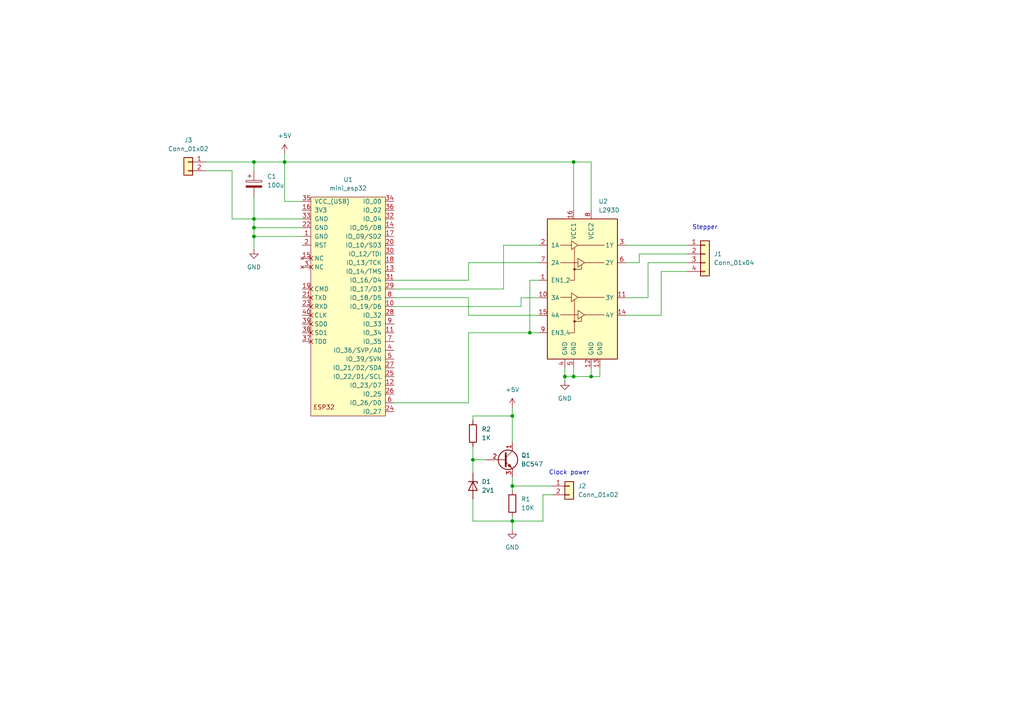
<source format=kicad_sch>
(kicad_sch (version 20241209) (generator "eeschema") (generator_version "9.0")
  (paper "A4")
  (lib_symbols
    (symbol "Connector_Generic:Conn_01x02" (pin_names (offset 1.016) (hide yes))
      (property "Reference" "J" (at 0 2.54 0))
      (property "Value" "Conn_01x02" (at 0 -5.08 0))
      (symbol "Conn_01x02_1_1"
        (rectangle (start -1.27 1.27) (end 1.27 -3.81) (stroke (width 0.254)) (fill (type background)))
        (rectangle (start -1.27 0.127) (end 0 -0.127) (stroke (width 0.1524)))
        (rectangle (start -1.27 -2.413) (end 0 -2.667) (stroke (width 0.1524)))
        (pin passive line (at -5.08 0 0) (length 3.81) (name "Pin_1") (number "1"))
        (pin passive line (at -5.08 -2.54 0) (length 3.81) (name "Pin_2") (number "2"))
      )
    )
    (symbol "Connector_Generic:Conn_01x04" (pin_names (offset 1.016) (hide yes))
      (property "Reference" "J" (at 0 5.08 0))
      (property "Value" "Conn_01x04" (at 0 -7.62 0))
      (symbol "Conn_01x04_1_1"
        (rectangle (start -1.27 3.81) (end 1.27 -6.35) (stroke (width 0.254)) (fill (type background)))
        (rectangle (start -1.27 2.667) (end 0 2.413) (stroke (width 0.1524)))
        (rectangle (start -1.27 0.127) (end 0 -0.127) (stroke (width 0.1524)))
        (rectangle (start -1.27 -2.413) (end 0 -2.667) (stroke (width 0.1524)))
        (rectangle (start -1.27 -4.953) (end 0 -5.207) (stroke (width 0.1524)))
        (pin passive line (at -5.08 2.54 0) (length 3.81) (name "Pin_1") (number "1"))
        (pin passive line (at -5.08 0 0) (length 3.81) (name "Pin_2") (number "2"))
        (pin passive line (at -5.08 -2.54 0) (length 3.81) (name "Pin_3") (number "3"))
        (pin passive line (at -5.08 -5.08 0) (length 3.81) (name "Pin_4") (number "4"))
      )
    )
    (symbol "Device:C_Polarized" (pin_numbers (hide yes)) (pin_names (offset 0.254))
      (property "Reference" "C" (at 0.635 2.54 0))
      (property "Value" "C_Polarized" (at 0.635 -2.54 0))
      (symbol "C_Polarized_0_1"
        (rectangle (start -2.286 0.508) (end 2.286 1.016))
        (polyline (pts (xy -1.778 2.286) (xy -0.762 2.286)))
        (polyline (pts (xy -1.27 2.794) (xy -1.27 1.778)))
        (rectangle (start 2.286 -0.508) (end -2.286 -1.016) (fill (type outline)))
      )
      (symbol "C_Polarized_1_1"
        (pin passive line (at 0 3.81 270) (length 2.794) (name "~") (number "1"))
        (pin passive line (at 0 -3.81 90) (length 2.794) (name "~") (number "2"))
      )
    )
    (symbol "Device:D_Zener" (pin_numbers (hide yes)) (pin_names (offset 1.016) (hide yes))
      (property "Reference" "D" (at 0 2.54 0))
      (property "Value" "D_Zener" (at 0 -2.54 0))
      (symbol "D_Zener_0_1"
        (polyline (pts (xy -1.27 -1.27) (xy -1.27 1.27) (xy -0.762 1.27)) (stroke (width 0.254)))
        (polyline (pts (xy 1.27 0) (xy -1.27 0)))
        (polyline (pts (xy 1.27 -1.27) (xy 1.27 1.27) (xy -1.27 0) (xy 1.27 -1.27)) (stroke (width 0.254)))
      )
      (symbol "D_Zener_1_1"
        (pin passive line (at -3.81 0 0) (length 2.54) (name "K") (number "1"))
        (pin passive line (at 3.81 0 180) (length 2.54) (name "A") (number "2"))
      )
    )
    (symbol "Device:R" (pin_numbers (hide yes)) (pin_names (offset 0))
      (property "Reference" "R" (at 2.032 0 90))
      (property "Value" "R" (at 0 0 90))
      (symbol "R_0_1"
        (rectangle (start -1.016 -2.54) (end 1.016 2.54) (stroke (width 0.254)))
      )
      (symbol "R_1_1"
        (pin passive line (at 0 3.81 270) (length 1.27) (name "~") (number "1"))
        (pin passive line (at 0 -3.81 90) (length 1.27) (name "~") (number "2"))
      )
    )
    (symbol "Driver_Motor:L293D" (pin_names (offset 1.016))
      (property "Reference" "U" (at -5.08 26.035 0))
      (property "Value" "L293D" (at -5.08 24.13 0))
      (symbol "L293D_0_1"
        (rectangle (start -10.16 22.86) (end 10.16 -17.78) (stroke (width 0.254)) (fill (type background)))
        (polyline (pts (xy -6.35 15.24) (xy -3.175 15.24)))
        (polyline (pts (xy -6.35 10.16) (xy -1.27 10.16)))
        (polyline (pts (xy -6.35 0.127) (xy -3.175 0.127)))
        (polyline (pts (xy -6.35 -4.953) (xy -1.27 -4.953)))
        (polyline (pts (xy -3.175 16.51) (xy -3.175 13.97) (xy -1.27 15.24) (xy -3.175 16.51)))
        (polyline (pts (xy -3.175 1.397) (xy -3.175 -1.143) (xy -1.27 0.127) (xy -3.175 1.397)))
        (polyline (pts (xy -2.286 14.478) (xy -2.286 5.08) (xy -3.556 5.08)))
        (circle (center -2.286 8.255) (radius 0.254) (fill (type outline)))
        (polyline (pts (xy -2.286 8.255) (xy -0.254 8.255) (xy -0.254 9.525)))
        (polyline (pts (xy -2.286 -0.635) (xy -2.286 -10.16) (xy -3.556 -10.16)))
        (circle (center -2.286 -6.858) (radius 0.254) (fill (type outline)))
        (polyline (pts (xy -2.286 -6.858) (xy -0.254 -6.858) (xy -0.254 -5.588)))
        (polyline (pts (xy -1.27 15.24) (xy 6.35 15.24)))
        (polyline (pts (xy -1.27 11.43) (xy -1.27 8.89) (xy 0.635 10.16) (xy -1.27 11.43)))
        (polyline (pts (xy -1.27 0.127) (xy 6.35 0.127)))
        (polyline (pts (xy -1.27 -3.683) (xy -1.27 -6.223) (xy 0.635 -4.953) (xy -1.27 -3.683)))
        (polyline (pts (xy 0.635 10.16) (xy 6.35 10.16)))
        (polyline (pts (xy 0.635 -4.953) (xy 6.35 -4.953)))
      )
      (symbol "L293D_1_1"
        (pin input line (at -12.7 15.24 0) (length 2.54) (name "1A") (number "2"))
        (pin input line (at -12.7 10.16 0) (length 2.54) (name "2A") (number "7"))
        (pin input line (at -12.7 5.08 0) (length 2.54) (name "EN1,2") (number "1"))
        (pin input line (at -12.7 0 0) (length 2.54) (name "3A") (number "10"))
        (pin input line (at -12.7 -5.08 0) (length 2.54) (name "4A") (number "15"))
        (pin input line (at -12.7 -10.16 0) (length 2.54) (name "EN3,4") (number "9"))
        (pin power_in line (at -5.08 -20.32 90) (length 2.54) (name "GND") (number "4"))
        (pin power_in line (at -2.54 25.4 270) (length 2.54) (name "VCC1") (number "16"))
        (pin power_in line (at -2.54 -20.32 90) (length 2.54) (name "GND") (number "5"))
        (pin power_in line (at 2.54 25.4 270) (length 2.54) (name "VCC2") (number "8"))
        (pin power_in line (at 2.54 -20.32 90) (length 2.54) (name "GND") (number "12"))
        (pin power_in line (at 5.08 -20.32 90) (length 2.54) (name "GND") (number "13"))
        (pin output line (at 12.7 15.24 180) (length 2.54) (name "1Y") (number "3"))
        (pin output line (at 12.7 10.16 180) (length 2.54) (name "2Y") (number "6"))
        (pin output line (at 12.7 0 180) (length 2.54) (name "3Y") (number "11"))
        (pin output line (at 12.7 -5.08 180) (length 2.54) (name "4Y") (number "14"))
      )
    )
    (symbol "ESP32_mini:mini_esp32" (pin_names (offset 1.016))
      (property "Reference" "U" (at -7.62 -50.8 0))
      (property "Value" "mini_esp32" (at 5.08 -59.69 0))
      (symbol "mini_esp32_0_0"
        (text "ESP32" (at 7.62 -62.23 0) (effects (font (size 1.27 1.27))))
        (pin bidirectional line (at -12.7 -45.72 0) (length 2.54) (name "IO_36/SVP/A0") (number "4"))
        (pin bidirectional line (at -12.7 -48.26 0) (length 2.54) (name "IO_39/SVN") (number "5"))
        (pin power_in line (at 13.97 -12.7 180) (length 2.54) (name "GND") (number "1"))
        (pin input line (at 13.97 -15.24 180) (length 2.54) (name "RST") (number "2"))
        (pin no_connect non_logic (at 13.97 -21.59 180) (length 2.54) (name "NC") (number "3"))
      )
      (symbol "mini_esp32_0_1"
        (rectangle (start -10.16 -1.27) (end 11.43 -64.77) (fill (type background)))
      )
      (symbol "mini_esp32_1_1"
        (pin bidirectional line (at -12.7 -2.54 0) (length 2.54) (name "IO_00") (number "34"))
        (pin bidirectional line (at -12.7 -5.08 0) (length 2.54) (name "IO_02") (number "36"))
        (pin bidirectional line (at -12.7 -7.62 0) (length 2.54) (name "IO_04") (number "32"))
        (pin bidirectional line (at -12.7 -10.16 0) (length 2.54) (name "IO_05/D8") (number "14"))
        (pin bidirectional line (at -12.7 -12.7 0) (length 2.54) (name "IO_09/SD2") (number "17"))
        (pin bidirectional line (at -12.7 -15.24 0) (length 2.54) (name "IO_10/SD3") (number "20"))
        (pin bidirectional line (at -12.7 -17.78 0) (length 2.54) (name "IO_12/TDI") (number "30"))
        (pin bidirectional line (at -12.7 -20.32 0) (length 2.54) (name "IO_13/TCK") (number "18"))
        (pin bidirectional line (at -12.7 -22.86 0) (length 2.54) (name "IO_14/TMS") (number "13"))
        (pin bidirectional line (at -12.7 -25.4 0) (length 2.54) (name "IO_16/D4") (number "31"))
        (pin bidirectional line (at -12.7 -27.94 0) (length 2.54) (name "IO_17/D3") (number "29"))
        (pin bidirectional line (at -12.7 -30.48 0) (length 2.54) (name "IO_18/D5") (number "8"))
        (pin bidirectional line (at -12.7 -33.02 0) (length 2.54) (name "IO_19/D6") (number "10"))
        (pin bidirectional line (at -12.7 -35.56 0) (length 2.54) (name "IO_32") (number "28"))
        (pin bidirectional line (at -12.7 -38.1 0) (length 2.54) (name "IO_33") (number "9"))
        (pin bidirectional line (at -12.7 -40.64 0) (length 2.54) (name "IO_34") (number "11"))
        (pin bidirectional line (at -12.7 -43.18 0) (length 2.54) (name "IO_35") (number "7"))
        (pin bidirectional line (at -12.7 -50.8 0) (length 2.54) (name "IO_21/D2/SDA") (number "27"))
        (pin bidirectional line (at -12.7 -53.34 0) (length 2.54) (name "IO_22/D1/SCL") (number "25"))
        (pin bidirectional line (at -12.7 -55.88 0) (length 2.54) (name "IO_23/D7") (number "12"))
        (pin bidirectional line (at -12.7 -58.42 0) (length 2.54) (name "IO_25") (number "26"))
        (pin bidirectional line (at -12.7 -60.96 0) (length 2.54) (name "IO_26/D0") (number "6"))
        (pin bidirectional line (at -12.7 -63.5 0) (length 2.54) (name "IO_27") (number "24"))
        (pin power_in line (at 13.97 -2.54 180) (length 2.54) (name "VCC_(USB)") (number "35"))
        (pin power_in line (at 13.97 -5.08 180) (length 2.54) (name "3V3") (number "16"))
        (pin power_in line (at 13.97 -7.62 180) (length 2.54) (name "GND") (number "33"))
        (pin power_in line (at 13.97 -10.16 180) (length 2.54) (name "GND") (number "22"))
        (pin no_connect non_logic (at 13.97 -19.05 180) (length 2.54) (name "NC") (number "15"))
        (pin passive non_logic (at 13.97 -27.94 180) (length 2.54) (name "CMD") (number "19"))
        (pin passive non_logic (at 13.97 -30.48 180) (length 2.54) (name "TXD") (number "21"))
        (pin passive non_logic (at 13.97 -33.02 180) (length 2.54) (name "RXD") (number "23"))
        (pin passive non_logic (at 13.97 -35.56 180) (length 2.54) (name "CLK") (number "40"))
        (pin passive non_logic (at 13.97 -38.1 180) (length 2.54) (name "SD0") (number "39"))
        (pin passive non_logic (at 13.97 -40.64 180) (length 2.54) (name "SD1") (number "38"))
        (pin passive non_logic (at 13.97 -43.18 180) (length 2.54) (name "TD0") (number "37"))
      )
    )
    (symbol "Transistor_BJT:BC547" (pin_names (offset 0) (hide yes))
      (property "Reference" "Q" (at 5.08 1.905 0))
      (property "Value" "BC547" (at 5.08 0 0))
      (symbol "BC547_0_1"
        (polyline (pts (xy 0 0) (xy 0.635 0)))
        (polyline (pts (xy 0.635 1.905) (xy 0.635 -1.905) (xy 0.635 -1.905)) (stroke (width 0.508)))
        (polyline (pts (xy 0.635 0.635) (xy 2.54 2.54)))
        (polyline (pts (xy 0.635 -0.635) (xy 2.54 -2.54) (xy 2.54 -2.54)))
        (circle (center 1.27 0) (radius 2.8194) (stroke (width 0.254)))
        (polyline (pts (xy 1.27 -1.778) (xy 1.778 -1.27) (xy 2.286 -2.286) (xy 1.27 -1.778) (xy 1.27 -1.778)) (fill (type outline)))
      )
      (symbol "BC547_1_1"
        (pin input line (at -5.08 0 0) (length 5.08) (name "B") (number "2"))
        (pin passive line (at 2.54 5.08 270) (length 2.54) (name "C") (number "1"))
        (pin passive line (at 2.54 -5.08 90) (length 2.54) (name "E") (number "3"))
      )
    )
    (symbol "power:+5V" (power) (pin_numbers (hide yes)) (pin_names (offset 0) (hide yes))
      (property "Value" "+5V" (at 0 3.556 0))
      (symbol "+5V_0_1"
        (polyline (pts (xy -0.762 1.27) (xy 0 2.54)))
        (polyline (pts (xy 0 2.54) (xy 0.762 1.27)))
        (polyline (pts (xy 0 0) (xy 0 2.54)))
      )
      (symbol "+5V_1_1"
        (pin power_in line (at 0 0 90) (length 0) (name "~") (number "1"))
      )
    )
    (symbol "power:GND" (power) (pin_numbers (hide yes)) (pin_names (offset 0) (hide yes))
      (property "Value" "GND" (at 0 -3.81 0))
      (symbol "GND_0_1"
        (polyline (pts (xy 0 0) (xy 0 -1.27) (xy 1.27 -1.27) (xy 0 -2.54) (xy -1.27 -1.27) (xy 0 -1.27)))
      )
      (symbol "GND_1_1"
        (pin power_in line (at 0 0 270) (length 0) (name "~") (number "1"))
      )
    )
  )
  (text "Clock power" (at 165.1 137.16 0) (effects (font (size 1.27 1.27))))
  (text "Stepper" (at 204.47 66.04 0) (effects (font (size 1.27 1.27))))
  (junction (at 82.55 46.99))
  (junction (at 163.83 109.22))
  (junction (at 166.37 46.99))
  (junction (at 166.37 109.22))
  (junction (at 153.67 96.52))
  (junction (at 171.45 109.22))
  (junction (at 148.59 120.65))
  (junction (at 73.66 63.5))
  (junction (at 73.66 66.04))
  (junction (at 73.66 68.58))
  (junction (at 137.16 133.35))
  (junction (at 148.59 140.97))
  (junction (at 73.66 46.99))
  (junction (at 148.59 151.13))
  (wire (pts (xy 187.96 76.2) (xy 187.96 86.36)))
  (wire (pts (xy 166.37 109.22) (xy 163.83 109.22)))
  (wire (pts (xy 59.69 46.99) (xy 73.66 46.99)))
  (wire (pts (xy 73.66 66.04) (xy 73.66 68.58)))
  (wire (pts (xy 157.48 143.51) (xy 157.48 151.13)))
  (wire (pts (xy 114.3 88.9) (xy 151.13 88.9)))
  (wire (pts (xy 148.59 118.11) (xy 148.59 120.65)))
  (wire (pts (xy 163.83 109.22) (xy 163.83 110.49)))
  (wire (pts (xy 73.66 68.58) (xy 87.63 68.58)))
  (wire (pts (xy 73.66 63.5) (xy 73.66 66.04)))
  (wire (pts (xy 166.37 46.99) (xy 171.45 46.99)))
  (wire (pts (xy 191.77 91.44) (xy 191.77 78.74)))
  (wire (pts (xy 82.55 44.45) (xy 82.55 46.99)))
  (wire (pts (xy 137.16 151.13) (xy 148.59 151.13)))
  (wire (pts (xy 135.89 76.2) (xy 135.89 81.28)))
  (wire (pts (xy 73.66 63.5) (xy 87.63 63.5)))
  (wire (pts (xy 137.16 129.54) (xy 137.16 133.35)))
  (wire (pts (xy 67.31 49.53) (xy 67.31 63.5)))
  (wire (pts (xy 153.67 81.28) (xy 156.21 81.28)))
  (wire (pts (xy 82.55 58.42) (xy 82.55 46.99)))
  (wire (pts (xy 135.89 76.2) (xy 156.21 76.2)))
  (wire (pts (xy 87.63 58.42) (xy 82.55 58.42)))
  (wire (pts (xy 146.05 71.12) (xy 156.21 71.12)))
  (wire (pts (xy 166.37 46.99) (xy 166.37 60.96)))
  (wire (pts (xy 146.05 71.12) (xy 146.05 83.82)))
  (wire (pts (xy 73.66 66.04) (xy 87.63 66.04)))
  (wire (pts (xy 171.45 106.68) (xy 171.45 109.22)))
  (wire (pts (xy 160.02 143.51) (xy 157.48 143.51)))
  (wire (pts (xy 151.13 88.9) (xy 151.13 86.36)))
  (wire (pts (xy 199.39 76.2) (xy 187.96 76.2)))
  (wire (pts (xy 135.89 81.28) (xy 114.3 81.28)))
  (wire (pts (xy 137.16 133.35) (xy 137.16 137.16)))
  (wire (pts (xy 157.48 151.13) (xy 148.59 151.13)))
  (wire (pts (xy 73.66 57.15) (xy 73.66 63.5)))
  (wire (pts (xy 151.13 86.36) (xy 156.21 86.36)))
  (wire (pts (xy 191.77 78.74) (xy 199.39 78.74)))
  (wire (pts (xy 73.66 46.99) (xy 82.55 46.99)))
  (wire (pts (xy 148.59 151.13) (xy 148.59 153.67)))
  (wire (pts (xy 148.59 140.97) (xy 160.02 140.97)))
  (wire (pts (xy 73.66 49.53) (xy 73.66 46.99)))
  (wire (pts (xy 135.89 96.52) (xy 153.67 96.52)))
  (wire (pts (xy 181.61 71.12) (xy 199.39 71.12)))
  (wire (pts (xy 146.05 83.82) (xy 114.3 83.82)))
  (wire (pts (xy 163.83 106.68) (xy 163.83 109.22)))
  (wire (pts (xy 148.59 151.13) (xy 148.59 149.86)))
  (wire (pts (xy 153.67 96.52) (xy 156.21 96.52)))
  (wire (pts (xy 137.16 144.78) (xy 137.16 151.13)))
  (wire (pts (xy 114.3 116.84) (xy 135.89 116.84)))
  (wire (pts (xy 187.96 86.36) (xy 181.61 86.36)))
  (wire (pts (xy 173.99 106.68) (xy 173.99 109.22)))
  (wire (pts (xy 156.21 91.44) (xy 135.89 91.44)))
  (wire (pts (xy 185.42 73.66) (xy 185.42 76.2)))
  (wire (pts (xy 181.61 91.44) (xy 191.77 91.44)))
  (wire (pts (xy 137.16 121.92) (xy 137.16 120.65)))
  (wire (pts (xy 173.99 109.22) (xy 171.45 109.22)))
  (wire (pts (xy 148.59 140.97) (xy 148.59 142.24)))
  (wire (pts (xy 67.31 63.5) (xy 73.66 63.5)))
  (wire (pts (xy 153.67 81.28) (xy 153.67 96.52)))
  (wire (pts (xy 185.42 76.2) (xy 181.61 76.2)))
  (wire (pts (xy 199.39 73.66) (xy 185.42 73.66)))
  (wire (pts (xy 135.89 116.84) (xy 135.89 96.52)))
  (wire (pts (xy 166.37 106.68) (xy 166.37 109.22)))
  (wire (pts (xy 171.45 109.22) (xy 166.37 109.22)))
  (wire (pts (xy 135.89 86.36) (xy 114.3 86.36)))
  (wire (pts (xy 148.59 120.65) (xy 148.59 128.27)))
  (wire (pts (xy 171.45 46.99) (xy 171.45 60.96)))
  (wire (pts (xy 148.59 138.43) (xy 148.59 140.97)))
  (wire (pts (xy 137.16 120.65) (xy 148.59 120.65)))
  (wire (pts (xy 59.69 49.53) (xy 67.31 49.53)))
  (wire (pts (xy 73.66 68.58) (xy 73.66 72.39)))
  (wire (pts (xy 135.89 91.44) (xy 135.89 86.36)))
  (wire (pts (xy 137.16 133.35) (xy 140.97 133.35)))
  (wire (pts (xy 82.55 46.99) (xy 166.37 46.99)))
  (symbol (lib_id "Device:R") (at 148.59 146.05 0) (unit 1)
    (property "Reference" "R1" (at 151.13 144.7799 0) (effects (justify left)))
    (property "Value" "10K" (at 151.13 147.3199 0) (effects (justify left)))
    (property "Description" "Resistor" (effects (hide yes)))
  )
  (symbol (lib_id "Driver_Motor:L293D") (at 168.91 86.36 0) (unit 1)
    (property "Reference" "U2" (at 173.5933 58.42 0) (effects (justify left)))
    (property "Value" "L293D" (at 173.5933 60.96 0) (effects (justify left)))
    (property "Footprint" "Package_DIP:DIP-16_W7.62mm" (effects (hide yes)))
    (property "Datasheet" "http://www.ti.com/lit/ds/symlink/l293.pdf" (effects (hide yes)))
    (property "Description" "Quadruple Half-H Drivers" (effects (hide yes)))
  )
  (symbol (lib_id "Device:D_Zener") (at 137.16 140.97 270) (unit 1)
    (property "Reference" "D1" (at 139.7 139.6999 90) (effects (justify left)))
    (property "Value" "2V1" (at 139.7 142.2399 90) (effects (justify left)))
    (property "Description" "Zener diode" (effects (hide yes)))
  )
  (symbol (lib_id "Connector_Generic:Conn_01x02") (at 165.1 140.97 0) (unit 1)
    (property "Reference" "J2" (at 167.64 140.9699 0) (effects (justify left)))
    (property "Value" "Conn_01x02" (at 167.64 143.5099 0) (effects (justify left)))
    (property "Description" "Generic connector, single row, 01x02, script generated (kicad-library-utils/schlib/autogen/connector/)" (effects (hide yes)))
  )
  (symbol (lib_id "power:+5V") (at 82.55 44.45 0) (unit 1)
    (property "Reference" "#PWR04" (effects (hide yes)))
    (property "Value" "+5V" (at 82.55 39.37 0))
    (property "Description" "Power symbol creates a global label with name \"+5V\"" (effects (hide yes)))
  )
  (symbol (lib_id "power:+5V") (at 148.59 118.11 0) (unit 1)
    (property "Reference" "#PWR01" (effects (hide yes)))
    (property "Value" "+5V" (at 148.59 113.03 0))
    (property "Description" "Power symbol creates a global label with name \"+5V\"" (effects (hide yes)))
  )
  (symbol (lib_id "Connector_Generic:Conn_01x04") (at 204.47 73.66 0) (unit 1)
    (property "Reference" "J1" (at 207.01 73.6599 0) (effects (justify left)))
    (property "Value" "Conn_01x04" (at 207.01 76.1999 0) (effects (justify left)))
    (property "Description" "Generic connector, single row, 01x04, script generated (kicad-library-utils/schlib/autogen/connector/)" (effects (hide yes)))
  )
  (symbol (lib_id "Device:C_Polarized") (at 73.66 53.34 0) (unit 1)
    (property "Reference" "C1" (at 77.47 51.1809 0) (effects (justify left)))
    (property "Value" "100u" (at 77.47 53.7209 0) (effects (justify left)))
    (property "Description" "Polarized capacitor" (effects (hide yes)))
  )
  (symbol (lib_id "power:GND") (at 148.59 153.67 0) (unit 1)
    (property "Reference" "#PWR02" (effects (hide yes)))
    (property "Value" "GND" (at 148.59 158.75 0))
    (property "Description" "Power symbol creates a global label with name \"GND\" , ground" (effects (hide yes)))
  )
  (symbol (lib_id "Transistor_BJT:BC547") (at 146.05 133.35 0) (unit 1)
    (property "Reference" "Q1" (at 151.13 132.0799 0) (effects (justify left)))
    (property "Value" "BC547" (at 151.13 134.6199 0) (effects (justify left)))
    (property "Footprint" "Package_TO_SOT_THT:TO-92_Inline" (effects (hide yes)))
    (property "Datasheet" "https://www.onsemi.com/pub/Collateral/BC550-D.pdf" (effects (hide yes)))
    (property "Description" "0.1A Ic, 45V Vce, Small Signal NPN Transistor, TO-92" (effects (hide yes)))
  )
  (symbol (lib_id "Device:R") (at 137.16 125.73 0) (unit 1)
    (property "Reference" "R2" (at 139.7 124.4599 0) (effects (justify left)))
    (property "Value" "1K" (at 139.7 126.9999 0) (effects (justify left)))
    (property "Description" "Resistor" (effects (hide yes)))
  )
  (symbol (lib_id "power:GND") (at 73.66 72.39 0) (unit 1)
    (property "Reference" "#PWR05" (effects (hide yes)))
    (property "Value" "GND" (at 73.66 77.47 0))
    (property "Description" "Power symbol creates a global label with name \"GND\" , ground" (effects (hide yes)))
  )
  (symbol (lib_id "ESP32_mini:mini_esp32") (at 101.6 55.88 0) (mirror y) (unit 1)
    (property "Reference" "U1" (at 100.965 52.07 0))
    (property "Value" "mini_esp32" (at 100.965 54.61 0))
  )
  (symbol (lib_id "Connector_Generic:Conn_01x02") (at 54.61 46.99 0) (mirror y) (unit 1)
    (property "Reference" "J3" (at 54.61 40.64 0))
    (property "Value" "Conn_01x02" (at 54.61 43.18 0))
    (property "Description" "Generic connector, single row, 01x02, script generated (kicad-library-utils/schlib/autogen/connector/)" (effects (hide yes)))
  )
  (symbol (lib_id "power:GND") (at 163.83 110.49 0) (unit 1)
    (property "Reference" "#PWR03" (effects (hide yes)))
    (property "Value" "GND" (at 163.83 115.57 0))
    (property "Description" "Power symbol creates a global label with name \"GND\" , ground" (effects (hide yes)))
  )
)
</source>
